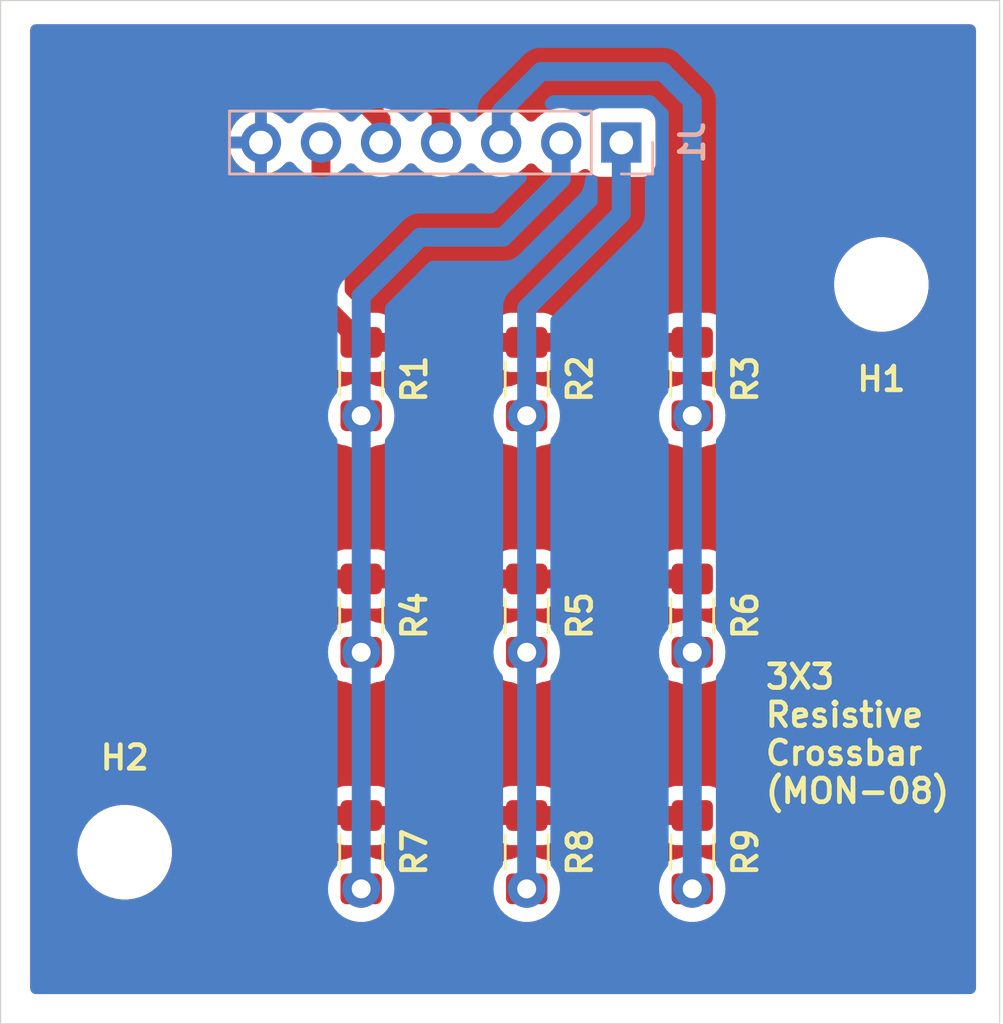
<source format=kicad_pcb>
(kicad_pcb (version 20240108) (generator "pcbnew") (generator_version "8.0")
  (layers (0 "F.Cu" signal) (31 "B.Cu" signal) (34 "B.Paste" user) (35 "F.Paste" user) (36 "B.SilkS" user "B.Silkscreen") (37 "F.SilkS" user "F.Silkscreen") (38 "B.Mask" user) (39 "F.Mask" user) (44 "Edge.Cuts" user))
  (net 0 "")
  (net 1 "/Vt3")
  (net 2 "/Hz3")
  (net 3 "/Vt1")
  (net 4 "/Hz1")
  (net 5 "/Vt2")
  (net 6 "/Hz2")
  (net 7 "GND")
  (footprint "Resistor_SMD:R_1206_3216Metric_Pad1.30x1.75mm_HandSolder" (layer "F.Cu") (at 144 54 -90)
    (property "Reference" "R3" (at 0 -2.25 90) (layer "F.SilkS") (effects (font (thickness 0.2) (bold yes))))
    (property "Value" "R_Small")
    (fp_line (start -0.727064 0.91) (end 0.727064 0.91) (stroke (width 0.12)) (layer "F.SilkS"))
    (fp_line (start -0.727064 -0.91) (end 0.727064 -0.91) (stroke (width 0.12)) (layer "F.SilkS"))
    (pad "1" smd roundrect (at -1.55 0 270) (size 1.3 1.75) (layers "F.Cu" "F.Paste" "F.Mask") (roundrect_rratio 0.192308) (net 4 "/Hz1"))
    (pad "2" smd roundrect (at 1.55 0 270) (size 1.3 1.75) (layers "F.Cu" "F.Paste" "F.Mask") (roundrect_rratio 0.192308) (net 1 "/Vt3"))
  )
  (footprint "Resistor_SMD:R_1206_3216Metric_Pad1.30x1.75mm_HandSolder" (layer "F.Cu") (at 144 64 -90)
    (property "Reference" "R6" (at 0 -2.25 90) (layer "F.SilkS") (effects (font (thickness 0.2) (bold yes))))
    (property "Value" "R_Small")
    (fp_line (start -0.727064 0.91) (end 0.727064 0.91) (stroke (width 0.12)) (layer "F.SilkS"))
    (fp_line (start -0.727064 -0.91) (end 0.727064 -0.91) (stroke (width 0.12)) (layer "F.SilkS"))
    (pad "1" smd roundrect (at -1.55 0 270) (size 1.3 1.75) (layers "F.Cu" "F.Paste" "F.Mask") (roundrect_rratio 0.192308) (net 6 "/Hz2"))
    (pad "2" smd roundrect (at 1.55 0 270) (size 1.3 1.75) (layers "F.Cu" "F.Paste" "F.Mask") (roundrect_rratio 0.192308) (net 1 "/Vt3"))
  )
  (footprint "Resistor_SMD:R_1206_3216Metric_Pad1.30x1.75mm_HandSolder" (layer "F.Cu") (at 130 74 -90)
    (property "Reference" "R7" (at 0 -2.25 90) (layer "F.SilkS") (effects (font (thickness 0.2) (bold yes))))
    (property "Value" "R_Small")
    (fp_line (start -0.727064 0.91) (end 0.727064 0.91) (stroke (width 0.12)) (layer "F.SilkS"))
    (fp_line (start -0.727064 -0.91) (end 0.727064 -0.91) (stroke (width 0.12)) (layer "F.SilkS"))
    (pad "1" smd roundrect (at -1.55 0 270) (size 1.3 1.75) (layers "F.Cu" "F.Paste" "F.Mask") (roundrect_rratio 0.192308) (net 2 "/Hz3"))
    (pad "2" smd roundrect (at 1.55 0 270) (size 1.3 1.75) (layers "F.Cu" "F.Paste" "F.Mask") (roundrect_rratio 0.192308) (net 3 "/Vt1"))
  )
  (footprint "Resistor_SMD:R_1206_3216Metric_Pad1.30x1.75mm_HandSolder" (layer "F.Cu") (at 137 64 -90)
    (property "Reference" "R5" (at 0 -2.25 90) (layer "F.SilkS") (effects (font (thickness 0.2) (bold yes))))
    (property "Value" "R_Small")
    (fp_line (start -0.727064 0.91) (end 0.727064 0.91) (stroke (width 0.12)) (layer "F.SilkS"))
    (fp_line (start -0.727064 -0.91) (end 0.727064 -0.91) (stroke (width 0.12)) (layer "F.SilkS"))
    (pad "1" smd roundrect (at -1.55 0 270) (size 1.3 1.75) (layers "F.Cu" "F.Paste" "F.Mask") (roundrect_rratio 0.192308) (net 6 "/Hz2"))
    (pad "2" smd roundrect (at 1.55 0 270) (size 1.3 1.75) (layers "F.Cu" "F.Paste" "F.Mask") (roundrect_rratio 0.192308) (net 5 "/Vt2"))
  )
  (footprint "Resistor_SMD:R_1206_3216Metric_Pad1.30x1.75mm_HandSolder" (layer "F.Cu") (at 144 74 -90)
    (property "Reference" "R9" (at 0 -2.25 90) (layer "F.SilkS") (effects (font (thickness 0.2) (bold yes))))
    (property "Value" "R_Small")
    (fp_line (start -0.727064 0.91) (end 0.727064 0.91) (stroke (width 0.12)) (layer "F.SilkS"))
    (fp_line (start -0.727064 -0.91) (end 0.727064 -0.91) (stroke (width 0.12)) (layer "F.SilkS"))
    (pad "1" smd roundrect (at -1.55 0 270) (size 1.3 1.75) (layers "F.Cu" "F.Paste" "F.Mask") (roundrect_rratio 0.192308) (net 2 "/Hz3"))
    (pad "2" smd roundrect (at 1.55 0 270) (size 1.3 1.75) (layers "F.Cu" "F.Paste" "F.Mask") (roundrect_rratio 0.192308) (net 1 "/Vt3"))
  )
  (footprint "Resistor_SMD:R_1206_3216Metric_Pad1.30x1.75mm_HandSolder" (layer "F.Cu") (at 137 54 -90)
    (property "Reference" "R2" (at 0 -2.25 90) (layer "F.SilkS") (effects (font (thickness 0.2) (bold yes))))
    (property "Value" "R_Small")
    (fp_line (start -0.727064 0.91) (end 0.727064 0.91) (stroke (width 0.12)) (layer "F.SilkS"))
    (fp_line (start -0.727064 -0.91) (end 0.727064 -0.91) (stroke (width 0.12)) (layer "F.SilkS"))
    (pad "1" smd roundrect (at -1.55 0 270) (size 1.3 1.75) (layers "F.Cu" "F.Paste" "F.Mask") (roundrect_rratio 0.192308) (net 4 "/Hz1"))
    (pad "2" smd roundrect (at 1.55 0 270) (size 1.3 1.75) (layers "F.Cu" "F.Paste" "F.Mask") (roundrect_rratio 0.192308) (net 5 "/Vt2"))
  )
  (footprint "MountingHole:MountingHole_3mm" (layer "F.Cu") (at 120 74)
    (property "Reference" "H2" (at 0 -4 0) (layer "F.SilkS") (effects (font (thickness 0.2) (bold yes))))
    (property "Value" "MountingHole")
    (pad "" np_thru_hole circle (at 0 0) (size 3 3) (drill 3) (layers "*.Cu" "*.Mask"))
  )
  (footprint "Resistor_SMD:R_1206_3216Metric_Pad1.30x1.75mm_HandSolder" (layer "F.Cu") (at 130 54 -90)
    (property "Reference" "R1" (at 0 -2.25 90) (layer "F.SilkS") (effects (font (thickness 0.2) (bold yes))))
    (property "Value" "R_Small")
    (fp_line (start -0.727064 0.91) (end 0.727064 0.91) (stroke (width 0.12)) (layer "F.SilkS"))
    (fp_line (start -0.727064 -0.91) (end 0.727064 -0.91) (stroke (width 0.12)) (layer "F.SilkS"))
    (pad "1" smd roundrect (at -1.55 0 270) (size 1.3 1.75) (layers "F.Cu" "F.Paste" "F.Mask") (roundrect_rratio 0.192308) (net 4 "/Hz1"))
    (pad "2" smd roundrect (at 1.55 0 270) (size 1.3 1.75) (layers "F.Cu" "F.Paste" "F.Mask") (roundrect_rratio 0.192308) (net 3 "/Vt1"))
  )
  (footprint "Resistor_SMD:R_1206_3216Metric_Pad1.30x1.75mm_HandSolder" (layer "F.Cu") (at 137 74 -90)
    (property "Reference" "R8" (at 0 -2.25 90) (layer "F.SilkS") (effects (font (thickness 0.2) (bold yes))))
    (property "Value" "R_Small")
    (fp_line (start -0.727064 0.91) (end 0.727064 0.91) (stroke (width 0.12)) (layer "F.SilkS"))
    (fp_line (start -0.727064 -0.91) (end 0.727064 -0.91) (stroke (width 0.12)) (layer "F.SilkS"))
    (pad "1" smd roundrect (at -1.55 0 270) (size 1.3 1.75) (layers "F.Cu" "F.Paste" "F.Mask") (roundrect_rratio 0.192308) (net 2 "/Hz3"))
    (pad "2" smd roundrect (at 1.55 0 270) (size 1.3 1.75) (layers "F.Cu" "F.Paste" "F.Mask") (roundrect_rratio 0.192308) (net 5 "/Vt2"))
  )
  (footprint "MountingHole:MountingHole_3mm" (layer "F.Cu") (at 152 50)
    (property "Reference" "H1" (at 0 4 0) (layer "F.SilkS") (effects (font (thickness 0.2) (bold yes))))
    (property "Value" "MountingHole")
    (pad "" np_thru_hole circle (at 0 0) (size 3 3) (drill 3) (layers "*.Cu" "*.Mask"))
  )
  (footprint "Resistor_SMD:R_1206_3216Metric_Pad1.30x1.75mm_HandSolder" (layer "F.Cu") (at 130 64 -90)
    (property "Reference" "R4" (at 0 -2.25 90) (layer "F.SilkS") (effects (font (thickness 0.2) (bold yes))))
    (property "Value" "R_Small")
    (fp_line (start -0.727064 0.91) (end 0.727064 0.91) (stroke (width 0.12)) (layer "F.SilkS"))
    (fp_line (start -0.727064 -0.91) (end 0.727064 -0.91) (stroke (width 0.12)) (layer "F.SilkS"))
    (pad "1" smd roundrect (at -1.55 0 270) (size 1.3 1.75) (layers "F.Cu" "F.Paste" "F.Mask") (roundrect_rratio 0.192308) (net 6 "/Hz2"))
    (pad "2" smd roundrect (at 1.55 0 270) (size 1.3 1.75) (layers "F.Cu" "F.Paste" "F.Mask") (roundrect_rratio 0.192308) (net 3 "/Vt1"))
  )
  (footprint "Connector_PinHeader_2.54mm:PinHeader_1x07_P2.54mm_Vertical" (layer "B.Cu") (at 141 44 90)
    (property "Reference" "J1" (at 0 3 90) (layer "B.SilkS") (effects (font (thickness 0.2) (bold yes)) (justify mirror)))
    (property "Value" "Conn_01x07")
    (fp_line (start 1.33 -16.57) (end -1.33 -16.57) (stroke (width 0.12)) (layer "B.SilkS"))
    (fp_line (start 1.33 -16.57) (end 1.33 -1.27) (stroke (width 0.12)) (layer "B.SilkS"))
    (fp_line (start -1.33 -16.57) (end -1.33 -1.27) (stroke (width 0.12)) (layer "B.SilkS"))
    (fp_line (start 1.33 -1.27) (end -1.33 -1.27) (stroke (width 0.12)) (layer "B.SilkS"))
    (fp_line (start 0 1.33) (end -1.33 1.33) (stroke (width 0.12)) (layer "B.SilkS"))
    (fp_line (start -1.33 1.33) (end -1.33 0) (stroke (width 0.12)) (layer "B.SilkS"))
    (pad "1" thru_hole rect (at 0 0 90) (size 1.7 1.7) (drill 1) (layers "*.Cu" "*.Mask") (net 5 "/Vt2"))
    (pad "2" thru_hole oval (at 0 -2.54 90) (size 1.7 1.7) (drill 1) (layers "*.Cu" "*.Mask") (net 3 "/Vt1"))
    (pad "3" thru_hole oval (at 0 -5.08 90) (size 1.7 1.7) (drill 1) (layers "*.Cu" "*.Mask") (net 1 "/Vt3"))
    (pad "4" thru_hole oval (at 0 -7.62 90) (size 1.7 1.7) (drill 1) (layers "*.Cu" "*.Mask") (net 2 "/Hz3"))
    (pad "5" thru_hole oval (at 0 -10.16 90) (size 1.7 1.7) (drill 1) (layers "*.Cu" "*.Mask") (net 6 "/Hz2"))
    (pad "6" thru_hole oval (at 0 -12.7 90) (size 1.7 1.7) (drill 1) (layers "*.Cu" "*.Mask") (net 4 "/Hz1"))
    (pad "7" thru_hole oval (at 0 -15.24 90) (size 1.7 1.7) (drill 1) (layers "*.Cu" "*.Mask") (net 7 "GND"))
  )
  (gr_rect (start 114.75 38) (end 157 81.25) (stroke (width 0.05)) (fill none) (layer "Edge.Cuts"))
  (gr_text "3X3\nResistive\nCrossbar\n(MON-08)" (at 147 72 0) (layer "F.SilkS") (effects (font (size 1 1) (thickness 0.2)) (justify left bottom)))
  (via (at 144 65.55) (size 1.6) (drill 0.8) (layers "F.Cu" "B.Cu") (net 1))
  (via (at 144 55.55) (size 1.6) (drill 0.8) (layers "F.Cu" "B.Cu") (net 1))
  (via (at 144 75.55) (size 1.6) (drill 0.8) (layers "F.Cu" "B.Cu") (net 1))
  (segment (start 137.6 41) (end 142.75 41) (width 0.8) (layer "B.Cu") (net 1))
  (segment (start 144 42.25) (end 144 55.55) (width 0.8) (layer "B.Cu") (net 1))
  (segment (start 144 55.55) (end 144 75.55) (width 0.8) (layer "B.Cu") (net 1))
  (segment (start 135.92 42.68) (end 137.6 41) (width 0.8) (layer "B.Cu") (net 1))
  (segment (start 135.92 44) (end 135.92 42.68) (width 0.8) (layer "B.Cu") (net 1))
  (segment (start 142.75 41) (end 144 42.25) (width 0.8) (layer "B.Cu") (net 1))
  (segment (start 133.38 42.7395) (end 131.1405 40.5) (width 0.8) (layer "F.Cu") (net 2))
  (segment (start 119 66) (end 125.45 72.45) (width 0.8) (layer "F.Cu") (net 2))
  (segment (start 131.1405 40.5) (end 122.25 40.5) (width 0.8) (layer "F.Cu") (net 2))
  (segment (start 122.25 40.5) (end 119 43.75) (width 0.8) (layer "F.Cu") (net 2))
  (segment (start 130 72.45) (end 144 72.45) (width 0.8) (layer "F.Cu") (net 2))
  (segment (start 133.38 44) (end 133.38 42.7395) (width 0.8) (layer "F.Cu") (net 2))
  (segment (start 125.45 72.45) (end 130 72.45) (width 0.8) (layer "F.Cu") (net 2))
  (segment (start 119 43.75) (end 119 66) (width 0.8) (layer "F.Cu") (net 2))
  (via (at 130 55.55) (size 1.6) (drill 0.8) (layers "F.Cu" "B.Cu") (net 3))
  (via (at 130 75.55) (size 1.6) (drill 0.8) (layers "F.Cu" "B.Cu") (net 3))
  (via (at 130 65.55) (size 1.6) (drill 0.8) (layers "F.Cu" "B.Cu") (net 3))
  (segment (start 138.46 45.54) (end 136 48) (width 0.8) (layer "B.Cu") (net 3))
  (segment (start 136 48) (end 132.5 48) (width 0.8) (layer "B.Cu") (net 3))
  (segment (start 138.46 44) (end 138.46 45.54) (width 0.8) (layer "B.Cu") (net 3))
  (segment (start 130 55.55) (end 130 75.55) (width 0.8) (layer "B.Cu") (net 3))
  (segment (start 132.5 48) (end 130 50.5) (width 0.8) (layer "B.Cu") (net 3))
  (segment (start 138.5316 44.1706) (end 138.56 44.199) (width 0.8) (layer "B.Cu") (net 3))
  (segment (start 130 50.5) (end 130 55.55) (width 0.8) (layer "B.Cu") (net 3))
  (segment (start 128.3 50.75) (end 130 52.45) (width 0.8) (layer "F.Cu") (net 4))
  (segment (start 130 52.45) (end 144 52.45) (width 0.8) (layer "F.Cu") (net 4))
  (segment (start 128.3 44) (end 128.3 50.75) (width 0.8) (layer "F.Cu") (net 4))
  (via (at 137 65.55) (size 1.6) (drill 0.8) (layers "F.Cu" "B.Cu") (net 5))
  (via (at 137 75.55) (size 1.6) (drill 0.8) (layers "F.Cu" "B.Cu") (net 5))
  (via (at 137 55.55) (size 1.6) (drill 0.8) (layers "F.Cu" "B.Cu") (net 5))
  (segment (start 141 44) (end 141 47) (width 0.8) (layer "B.Cu") (net 5))
  (segment (start 137 51) (end 137 55.55) (width 0.8) (layer "B.Cu") (net 5))
  (segment (start 137 55.55) (end 137 75.55) (width 0.8) (layer "B.Cu") (net 5))
  (segment (start 141 47) (end 137 51) (width 0.8) (layer "B.Cu") (net 5))
  (segment (start 130.84 44) (end 130.84 43.04) (width 0.8) (layer "F.Cu") (net 6))
  (segment (start 121.5 57.5) (end 126.45 62.45) (width 0.8) (layer "F.Cu") (net 6))
  (segment (start 121.5 43.875) (end 121.5 57.5) (width 0.8) (layer "F.Cu") (net 6))
  (segment (start 129.85 42.05) (end 123.325 42.05) (width 0.8) (layer "F.Cu") (net 6))
  (segment (start 126.45 62.45) (end 130 62.45) (width 0.8) (layer "F.Cu") (net 6))
  (segment (start 130.84 43.04) (end 129.85 42.05) (width 0.8) (layer "F.Cu") (net 6))
  (segment (start 130 62.45) (end 144 62.45) (width 0.8) (layer "F.Cu") (net 6))
  (segment (start 123.325 42.05) (end 121.5 43.875) (width 0.8) (layer "F.Cu") (net 6))
  (zone (net 7) (net_name "GND") (layers "F&B.Cu") (connect_pads (clearance 0.6)) (min_thickness 0.5) (fill yes (thermal_gap 0.5) (thermal_bridge_width 0.5))
    (polygon (pts (xy 116 39) (xy 156 39) (xy 156 80) (xy 116 80)))
  )
)
</source>
